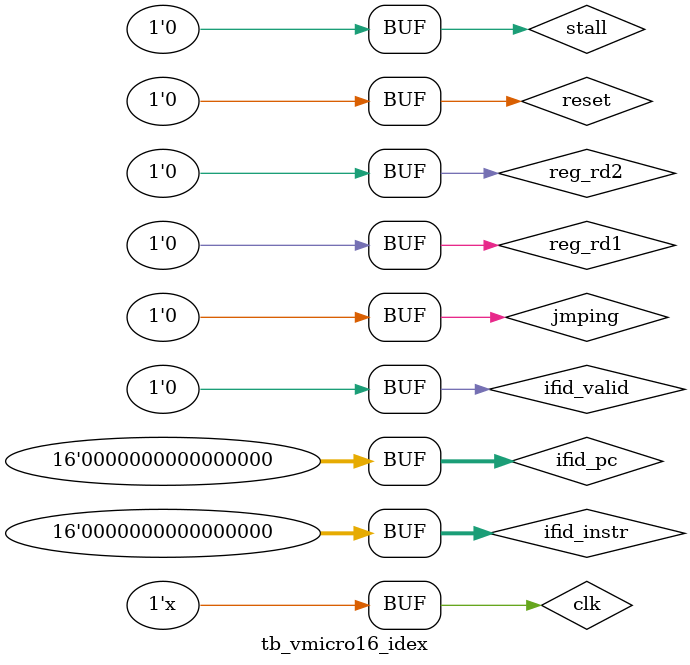
<source format=v>
`timescale 1ns / 1ps


module tb_vmicro16_idex;

    // Inputs
    reg clk;
    reg reset;
    reg [15:0] ifid_pc;
    reg [15:0] ifid_instr;
    reg reg_rd1;
    reg reg_rd2;
    reg stall;
    reg jmping;
    reg ifid_valid;

    // Outputs
    wire [15:0] idex_pc;
    wire [15:0] idex_instr;
    wire [15:0] idex_rd1;
    wire [15:0] idex_rd2;
    wire reg_rs1;
    wire reg_rs2;
    wire [15:0] idex_rd3;
    wire [2:0] idex_rs1;
    wire [2:0] idex_rs2;
    wire idex_has_br;
    wire idex_has_we;
    wire idex_has_mem;
    wire idex_has_mem_we;
    wire idex_valid;
    wire [4:0] exme_op;

    always #10 clk = ~clk;

    // Instantiate the Unit Under Test (UUT)
    vmicro16_idex uut (
        .clk(clk), 
        .reset(reset), 
        .ifid_pc(ifid_pc), 
        .idex_pc(idex_pc), 
        .ifid_instr(ifid_instr), 
        .idex_instr(idex_instr), 
        .idex_rd1(idex_rd1), 
        .idex_rd2(idex_rd2), 
        .reg_rs1(reg_rs1), 
        .reg_rs2(reg_rs2), 
        .reg_rd1(reg_rd1), 
        .reg_rd2(reg_rd2), 
        .idex_rd3(idex_rd3), 
        .idex_rs1(idex_rs1), 
        .idex_rs2(idex_rs2), 
        .idex_has_br(idex_has_br), 
        .idex_has_we(idex_has_we), 
        .idex_has_mem(idex_has_mem), 
        .idex_has_mem_we(idex_has_mem_we), 
        .stall(stall), 
        .jmping(jmping), 
        .ifid_valid(ifid_valid), 
        .idex_valid(idex_valid), 
        .exme_op(exme_op)
    );

    initial begin
        // Initialize Inputs
        clk = 0;
        reset = 0;
        ifid_pc = 0;
        ifid_instr = 0;
        reg_rd1 = 0;
        reg_rd2 = 0;
        stall = 0;
        jmping = 0;
        ifid_valid = 0;

        // Wait 100 ns for global reset to finish
        #100;
        
        // Add stimulus here

    end
      
endmodule


</source>
